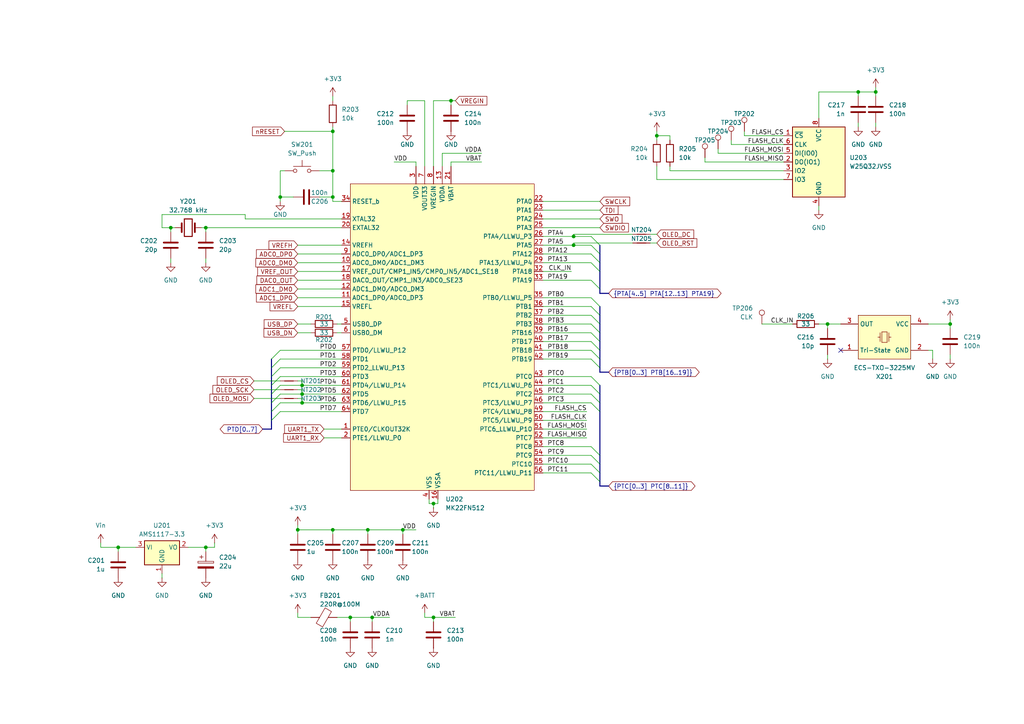
<source format=kicad_sch>
(kicad_sch (version 20231120) (generator "eeschema") (generator_version "8.0")
  (paper "A4")
  (lib_symbols
    (symbol "Connector:TestPoint" (pin_numbers hide) (pin_names (offset 0.762) hide)
      (property "Reference" "TP" (at 0 6.858 0))
      (property "Value" "TestPoint" (at 0 5.08 0))
      (symbol "TestPoint_1_1"
        (pin passive line (at 0 0 90) (length 2.54) (name "1") (number "1"))
      )
    )
    (symbol "Device:C" (pin_numbers hide) (pin_names (offset 0.254))
      (property "Reference" "C" (at 0.635 2.54 0))
      (property "Value" "C" (at 0.635 -2.54 0))
      (symbol "C_1_1"
        (pin passive line (at 0 3.81 270) (length 2.794) (name "~") (number "1"))
        (pin passive line (at 0 -3.81 90) (length 2.794) (name "~") (number "2"))
      )
    )
    (symbol "Device:C_Polarized" (pin_numbers hide) (pin_names (offset 0.254))
      (property "Reference" "C" (at 0.635 2.54 0))
      (property "Value" "C_Polarized" (at 0.635 -2.54 0))
      (symbol "C_Polarized_1_1"
        (pin passive line (at 0 3.81 270) (length 2.794) (name "~") (number "1"))
        (pin passive line (at 0 -3.81 90) (length 2.794) (name "~") (number "2"))
      )
    )
    (symbol "Device:Crystal" (pin_numbers hide) (pin_names (offset 1.016) hide)
      (property "Reference" "Y" (at 0 3.81 0))
      (property "Value" "Crystal" (at 0 -3.81 0))
      (symbol "Crystal_1_1"
        (pin passive line (at -3.81 0 0) (length 1.27) (name "1") (number "1"))
        (pin passive line (at 3.81 0 180) (length 1.27) (name "2") (number "2"))
      )
    )
    (symbol "Device:FerriteBead" (pin_numbers hide) (pin_names (offset 0))
      (property "Reference" "FB" (at -3.81 0.635 90))
      (property "Value" "FerriteBead" (at 3.81 0 90))
      (symbol "FerriteBead_1_1"
        (pin passive line (at 0 3.81 270) (length 2.54) (name "~") (number "1"))
        (pin passive line (at 0 -3.81 90) (length 2.54) (name "~") (number "2"))
      )
    )
    (symbol "Device:NetTie_2" (pin_numbers hide) (pin_names (offset 0) hide) (in_bom no)
      (property "Reference" "NT" (at 0 1.27 0))
      (property "Value" "NetTie_2" (at 0 -1.27 0))
      (symbol "NetTie_2_1_1"
        (pin passive line (at -2.54 0 0) (length 2.54) (name "1") (number "1"))
        (pin passive line (at 2.54 0 180) (length 2.54) (name "2") (number "2"))
      )
    )
    (symbol "Device:R" (pin_numbers hide) (pin_names (offset 0))
      (property "Reference" "R" (at 2.032 0 90))
      (property "Value" "R" (at 0 0 90))
      (symbol "R_1_1"
        (pin passive line (at 0 3.81 270) (length 1.27) (name "~") (number "1"))
        (pin passive line (at 0 -3.81 90) (length 1.27) (name "~") (number "2"))
      )
    )
    (symbol "M17_misc_active:ECS-TXO-3225MV"
      (property "Reference" "X" (at 0 1.27 0))
      (property "Value" "ECS-TXO-3225MV" (at 7.62 -13.97 0))
      (symbol "ECS-TXO-3225MV_1_1"
        (pin input line (at 20.32 -10.16 180) (length 5.08) (name "Tri-State") (number "1"))
        (pin power_in line (at -5.08 -10.16 0) (length 5.08) (name "GND") (number "2"))
        (pin output line (at 20.32 -2.54 180) (length 5.08) (name "OUT") (number "3"))
        (pin power_in line (at -5.08 -2.54 0) (length 5.08) (name "VCC") (number "4"))
      )
    )
    (symbol "M17_misc_active:MK22FN512VLH12"
      (property "Reference" "U" (at -23.622 45.72 0))
      (property "Value" "MK22FN512" (at 23.622 45.72 0))
      (symbol "MK22FN512VLH12_1_0"
        (pin bidirectional line (at -26.67 11.43 0) (length 2.54) (name "ADC1_DP0/ADC0_DP3") (number "11"))
        (pin bidirectional line (at -26.67 13.97 0) (length 2.54) (name "ADC1_DM0/ADC0_DM3") (number "12"))
        (pin power_in line (at 2.54 49.53 270) (length 5.08) (name "VDDA") (number "13"))
        (pin input line (at -26.67 26.67 0) (length 2.54) (name "VREFH") (number "14"))
        (pin input line (at -26.67 8.89 0) (length 2.54) (name "VREFL") (number "15"))
        (pin power_in line (at 1.27 -46.99 90) (length 2.54) (name "VSSA") (number "16"))
        (pin bidirectional line (at -26.67 19.05 0) (length 2.54) (name "VREF_OUT/CMP1_IN5/CMP0_IN5/ADC1_SE18") (number "17"))
        (pin bidirectional line (at -26.67 16.51 0) (length 2.54) (name "DAC0_OUT/CMP1_IN3/ADC0_SE23") (number "18"))
        (pin bidirectional line (at -26.67 34.29 0) (length 2.54) (name "XTAL32") (number "19"))
        (pin bidirectional line (at -26.67 31.75 0) (length 2.54) (name "EXTAL32") (number "20"))
        (pin power_in line (at 5.08 49.53 270) (length 5.08) (name "VBAT") (number "21"))
        (pin bidirectional line (at 31.75 39.37 180) (length 2.54) (name "PTA0") (number "22"))
        (pin bidirectional line (at 31.75 36.83 180) (length 2.54) (name "PTA1") (number "23"))
        (pin bidirectional line (at 31.75 34.29 180) (length 2.54) (name "PTA2") (number "24"))
        (pin bidirectional line (at 31.75 31.75 180) (length 2.54) (name "PTA3") (number "25"))
        (pin bidirectional line (at 31.75 29.21 180) (length 2.54) (name "PTA4/LLWU_P3") (number "26"))
        (pin bidirectional line (at 31.75 26.67 180) (length 2.54) (name "PTA5") (number "27"))
        (pin bidirectional line (at 31.75 24.13 180) (length 2.54) (name "PTA12") (number "28"))
        (pin bidirectional line (at 31.75 21.59 180) (length 2.54) (name "PTA13/LLWU_P4") (number "29"))
        (pin power_in line (at -5.08 49.53 270) (length 5.08) hide (name "VDD") (number "30"))
        (pin power_in line (at -1.27 -46.99 90) (length 2.54) hide (name "VSS") (number "31"))
        (pin bidirectional line (at 31.75 19.05 180) (length 2.54) (name "PTA18") (number "32"))
        (pin bidirectional line (at 31.75 16.51 180) (length 2.54) (name "PTA19") (number "33"))
        (pin input line (at -26.67 39.37 0) (length 2.54) (name "RESET_b") (number "34"))
        (pin bidirectional line (at 31.75 11.43 180) (length 2.54) (name "PTB0/LLWU_P5") (number "35"))
        (pin bidirectional line (at 31.75 8.89 180) (length 2.54) (name "PTB1") (number "36"))
        (pin bidirectional line (at 31.75 6.35 180) (length 2.54) (name "PTB2") (number "37"))
        (pin bidirectional line (at 31.75 3.81 180) (length 2.54) (name "PTB3") (number "38"))
        (pin bidirectional line (at 31.75 1.27 180) (length 2.54) (name "PTB16") (number "39"))
        (pin bidirectional line (at 31.75 -1.27 180) (length 2.54) (name "PTB17") (number "40"))
        (pin bidirectional line (at 31.75 -3.81 180) (length 2.54) (name "PTB18") (number "41"))
        (pin bidirectional line (at 31.75 -6.35 180) (length 2.54) (name "PTB19") (number "42"))
        (pin bidirectional line (at 31.75 -11.43 180) (length 2.54) (name "PTC0") (number "43"))
        (pin bidirectional line (at 31.75 -13.97 180) (length 2.54) (name "PTC1/LLWU_P6") (number "44"))
        (pin bidirectional line (at 31.75 -16.51 180) (length 2.54) (name "PTC2") (number "45"))
        (pin bidirectional line (at 31.75 -19.05 180) (length 2.54) (name "PTC3/LLWU_P7") (number "46"))
        (pin power_in line (at -1.27 -46.99 90) (length 2.54) hide (name "VSS") (number "47"))
        (pin power_in line (at -5.08 49.53 270) (length 5.08) hide (name "VDD") (number "48"))
        (pin bidirectional line (at 31.75 -21.59 180) (length 2.54) (name "PTC4/LLWU_P8") (number "49"))
        (pin bidirectional line (at 31.75 -24.13 180) (length 2.54) (name "PTC5/LLWU_P9") (number "50"))
        (pin bidirectional line (at 31.75 -26.67 180) (length 2.54) (name "PTC6_LLWU_P10") (number "51"))
        (pin bidirectional line (at 31.75 -29.21 180) (length 2.54) (name "PTC7") (number "52"))
        (pin bidirectional line (at 31.75 -31.75 180) (length 2.54) (name "PTC8") (number "53"))
        (pin bidirectional line (at 31.75 -34.29 180) (length 2.54) (name "PTC9") (number "54"))
        (pin bidirectional line (at 31.75 -36.83 180) (length 2.54) (name "PTC10") (number "55"))
        (pin bidirectional line (at 31.75 -39.37 180) (length 2.54) (name "PTC11/LLWU_P11") (number "56"))
        (pin bidirectional line (at -26.67 -3.81 0) (length 2.54) (name "PTD0/LLWU_P12") (number "57"))
        (pin bidirectional line (at -26.67 -6.35 0) (length 2.54) (name "PTD1") (number "58"))
        (pin bidirectional line (at -26.67 -8.89 0) (length 2.54) (name "PTD2_LLWU_P13") (number "59"))
        (pin bidirectional line (at -26.67 -11.43 0) (length 2.54) (name "PTD3") (number "60"))
        (pin bidirectional line (at -26.67 -13.97 0) (length 2.54) (name "PTD4/LLWU_P14") (number "61"))
        (pin bidirectional line (at -26.67 -16.51 0) (length 2.54) (name "PTD5") (number "62"))
        (pin bidirectional line (at -26.67 -19.05 0) (length 2.54) (name "PTD6/LLWU_P15") (number "63"))
        (pin bidirectional line (at -26.67 -21.59 0) (length 2.54) (name "PTD7") (number "64"))
      )
      (symbol "MK22FN512VLH12_1_1"
        (pin bidirectional line (at -26.67 -26.67 0) (length 2.54) (name "PTE0/CLKOUT32K") (number "1"))
        (pin bidirectional line (at -26.67 21.59 0) (length 2.54) (name "ADC0_DM0/ADC1_DM3") (number "10"))
        (pin bidirectional line (at -26.67 -29.21 0) (length 2.54) (name "PTE1/LLWU_P0") (number "2"))
        (pin power_in line (at -5.08 49.53 270) (length 5.08) (name "VDD") (number "3"))
        (pin power_in line (at -1.27 -46.99 90) (length 2.54) (name "VSS") (number "4"))
        (pin bidirectional line (at -26.67 3.81 0) (length 2.54) (name "USB0_DP") (number "5"))
        (pin bidirectional line (at -26.67 1.27 0) (length 2.54) (name "USB0_DM") (number "6"))
        (pin power_in line (at -2.54 49.53 270) (length 5.08) (name "VOUT33") (number "7"))
        (pin power_in line (at 0 49.53 270) (length 5.08) (name "VREGIN") (number "8"))
        (pin bidirectional line (at -26.67 24.13 0) (length 2.54) (name "ADC0_DP0/ADC1_DP3") (number "9"))
      )
    )
    (symbol "Memory_Flash:W25Q32JVSS"
      (property "Reference" "U" (at -6.35 11.43 0))
      (property "Value" "W25Q32JVSS" (at 7.62 11.43 0))
      (symbol "W25Q32JVSS_1_1"
        (pin input line (at -10.16 7.62 0) (length 2.54) (name "~{CS}") (number "1"))
        (pin bidirectional line (at -10.16 0 0) (length 2.54) (name "DO(IO1)") (number "2"))
        (pin bidirectional line (at -10.16 -2.54 0) (length 2.54) (name "IO2") (number "3"))
        (pin power_in line (at 0 -12.7 90) (length 2.54) (name "GND") (number "4"))
        (pin bidirectional line (at -10.16 2.54 0) (length 2.54) (name "DI(IO0)") (number "5"))
        (pin input line (at -10.16 5.08 0) (length 2.54) (name "CLK") (number "6"))
        (pin bidirectional line (at -10.16 -5.08 0) (length 2.54) (name "IO3") (number "7"))
        (pin power_in line (at 0 12.7 270) (length 2.54) (name "VCC") (number "8"))
      )
    )
    (symbol "Regulator_Linear:AMS1117-3.3"
      (property "Reference" "U" (at -3.81 3.175 0))
      (property "Value" "AMS1117-3.3" (at 0 3.175 0))
      (symbol "AMS1117-3.3_1_1"
        (pin power_in line (at 0 -7.62 90) (length 2.54) (name "GND") (number "1"))
        (pin power_out line (at 7.62 0 180) (length 2.54) (name "VO") (number "2"))
        (pin power_in line (at -7.62 0 0) (length 2.54) (name "VI") (number "3"))
      )
    )
    (symbol "Switch:SW_Push" (pin_numbers hide) (pin_names (offset 1.016) hide)
      (property "Reference" "SW" (at 1.27 2.54 0))
      (property "Value" "SW_Push" (at 0 -1.524 0))
      (symbol "SW_Push_0_1"
        (pin passive line (at -5.08 0 0) (length 2.54) (name "1") (number "1"))
        (pin passive line (at 5.08 0 180) (length 2.54) (name "2") (number "2"))
      )
    )
    (symbol "power:+3V3" (power) (pin_numbers hide) (pin_names (offset 0) hide)
      (property "Value" "+3V3" (at 0 3.556 0))
      (symbol "+3V3_1_1"
        (pin power_in line (at 0 0 90) (length 0) (name "~") (number "1"))
      )
    )
    (symbol "power:+BATT" (power) (pin_numbers hide) (pin_names (offset 0) hide)
      (property "Value" "+BATT" (at 0 3.556 0))
      (symbol "+BATT_1_1"
        (pin power_in line (at 0 0 90) (length 0) (name "~") (number "1"))
      )
    )
    (symbol "power:GND" (power) (pin_numbers hide) (pin_names (offset 0) hide)
      (property "Value" "GND" (at 0 -3.81 0))
      (symbol "GND_1_1"
        (pin power_in line (at 0 0 270) (length 0) (name "~") (number "1"))
      )
    )
    (symbol "power:LINE" (power) (pin_numbers hide) (pin_names (offset 0) hide)
      (property "Value" "LINE" (at 0 3.556 0))
      (symbol "LINE_1_1"
        (pin power_in line (at 0 0 90) (length 0) (name "~") (number "1"))
      )
    )
  )
  (junction (at 34.29 158.75))
  (junction (at 59.69 158.75))
  (junction (at 96.52 153.67))
  (junction (at 87.63 116.84))
  (junction (at 59.69 66.04))
  (junction (at 81.28 57.15))
  (junction (at 240.03 93.98))
  (junction (at 190.5 39.37))
  (junction (at 49.53 66.04))
  (junction (at 248.92 26.67))
  (junction (at 96.52 57.15))
  (junction (at 130.81 29.21))
  (junction (at 166.37 68.58))
  (junction (at 107.95 179.07))
  (junction (at 275.59 93.98))
  (junction (at 101.6 179.07))
  (junction (at 87.63 111.76))
  (junction (at 125.73 179.07))
  (junction (at 87.63 114.3))
  (junction (at 96.52 49.53))
  (junction (at 116.84 153.67))
  (junction (at 125.73 146.05))
  (junction (at 96.52 38.1))
  (junction (at 254 26.67))
  (junction (at 86.36 153.67))
  (junction (at 106.68 153.67))
  (junction (at 166.37 71.12))
  (no_connect (at 243.84 101.6))
  (bus_entry (at 171.45 88.9) (size 2.54 2.54))
  (bus_entry (at 171.45 76.2) (size 2.54 2.54))
  (bus_entry (at 171.45 99.06) (size 2.54 2.54))
  (bus_entry (at 171.45 101.6) (size 2.54 2.54))
  (bus_entry (at 171.45 109.22) (size 2.54 2.54))
  (bus_entry (at 78.74 121.92) (size 2.54 -2.54))
  (bus_entry (at 171.45 114.3) (size 2.54 2.54))
  (bus_entry (at 171.45 93.98) (size 2.54 2.54))
  (bus_entry (at 78.74 116.84) (size 2.54 -2.54))
  (bus_entry (at 171.45 137.16) (size 2.54 2.54))
  (bus_entry (at 171.45 104.14) (size 2.54 2.54))
  (bus_entry (at 78.74 111.76) (size 2.54 -2.54))
  (bus_entry (at 78.74 106.68) (size 2.54 -2.54))
  (bus_entry (at 171.45 132.08) (size 2.54 2.54))
  (bus_entry (at 78.74 109.22) (size 2.54 -2.54))
  (bus_entry (at 171.45 134.62) (size 2.54 2.54))
  (bus_entry (at 171.45 86.36) (size 2.54 2.54))
  (bus_entry (at 171.45 96.52) (size 2.54 2.54))
  (bus_entry (at 78.74 119.38) (size 2.54 -2.54))
  (bus_entry (at 171.45 81.28) (size 2.54 2.54))
  (bus_entry (at 171.45 73.66) (size 2.54 2.54))
  (bus_entry (at 171.45 68.58) (size 2.54 2.54))
  (bus_entry (at 171.45 116.84) (size 2.54 2.54))
  (bus_entry (at 171.45 91.44) (size 2.54 2.54))
  (bus_entry (at 171.45 111.76) (size 2.54 2.54))
  (bus_entry (at 171.45 129.54) (size 2.54 2.54))
  (bus_entry (at 78.74 104.14) (size 2.54 -2.54))
  (bus_entry (at 171.45 71.12) (size 2.54 2.54))
  (bus_entry (at 78.74 114.3) (size 2.54 -2.54))
  (wire (pts (xy 157.48 58.42) (xy 173.99 58.42)))
  (wire (pts (xy 87.63 116.84) (xy 99.06 116.84)))
  (wire (pts (xy 86.36 78.74) (xy 99.06 78.74)))
  (wire (pts (xy 275.59 102.87) (xy 275.59 104.14)))
  (wire (pts (xy 248.92 26.67) (xy 248.92 27.94)))
  (wire (pts (xy 208.28 44.45) (xy 227.33 44.45)))
  (wire (pts (xy 93.98 127) (xy 99.06 127)))
  (wire (pts (xy 157.48 78.74) (xy 165.735 78.74)))
  (wire (pts (xy 71.12 63.5) (xy 71.12 62.23)))
  (wire (pts (xy 118.11 29.21) (xy 123.19 29.21)))
  (wire (pts (xy 215.9 39.37) (xy 227.33 39.37)))
  (wire (pts (xy 190.5 52.07) (xy 227.33 52.07)))
  (wire (pts (xy 157.48 121.92) (xy 170.18 121.92)))
  (wire (pts (xy 87.63 111.76) (xy 99.06 111.76)))
  (wire (pts (xy 128.27 44.45) (xy 139.7 44.45)))
  (wire (pts (xy 96.52 29.21) (xy 96.52 27.94)))
  (bus (pts (xy 173.99 137.16) (xy 173.99 139.7)))
  (wire (pts (xy 240.03 93.98) (xy 243.84 93.98)))
  (wire (pts (xy 81.28 101.6) (xy 99.06 101.6)))
  (wire (pts (xy 86.36 73.66) (xy 99.06 73.66)))
  (bus (pts (xy 173.99 107.95) (xy 176.53 107.95)))
  (wire (pts (xy 58.42 66.04) (xy 59.69 66.04)))
  (wire (pts (xy 123.19 29.21) (xy 123.19 48.26)))
  (wire (pts (xy 157.48 68.58) (xy 166.37 68.58)))
  (wire (pts (xy 157.48 134.62) (xy 171.45 134.62)))
  (wire (pts (xy 237.49 34.29) (xy 237.49 26.67)))
  (wire (pts (xy 101.6 179.07) (xy 107.95 179.07)))
  (wire (pts (xy 157.48 81.28) (xy 171.45 81.28)))
  (bus (pts (xy 76.2 124.46) (xy 78.74 124.46)))
  (wire (pts (xy 166.37 70.485) (xy 183.515 70.485)))
  (wire (pts (xy 46.99 166.37) (xy 46.99 167.64)))
  (bus (pts (xy 173.99 116.84) (xy 173.99 119.38)))
  (wire (pts (xy 254 25.4) (xy 254 26.67)))
  (bus (pts (xy 173.99 88.9) (xy 173.99 91.44)))
  (wire (pts (xy 120.65 48.26) (xy 120.65 46.99)))
  (wire (pts (xy 86.36 110.49) (xy 87.63 110.49)))
  (wire (pts (xy 59.69 66.04) (xy 59.69 67.31)))
  (bus (pts (xy 173.99 73.66) (xy 173.99 76.2)))
  (bus (pts (xy 173.99 111.76) (xy 173.99 114.3)))
  (wire (pts (xy 190.5 39.37) (xy 190.5 40.64)))
  (bus (pts (xy 173.99 114.3) (xy 173.99 116.84)))
  (wire (pts (xy 157.48 86.36) (xy 171.45 86.36)))
  (bus (pts (xy 173.99 119.38) (xy 173.99 132.08)))
  (wire (pts (xy 96.52 154.94) (xy 96.52 153.67)))
  (wire (pts (xy 157.48 129.54) (xy 171.45 129.54)))
  (wire (pts (xy 157.48 109.22) (xy 171.45 109.22)))
  (bus (pts (xy 78.74 109.22) (xy 78.74 111.76)))
  (wire (pts (xy 124.46 144.78) (xy 124.46 146.05)))
  (wire (pts (xy 166.37 68.58) (xy 166.37 67.945)))
  (wire (pts (xy 86.36 152.4) (xy 86.36 153.67)))
  (wire (pts (xy 59.69 158.75) (xy 59.69 160.02)))
  (wire (pts (xy 116.84 154.94) (xy 116.84 153.67)))
  (wire (pts (xy 86.36 113.03) (xy 87.63 113.03)))
  (bus (pts (xy 173.99 96.52) (xy 173.99 99.06)))
  (wire (pts (xy 86.36 71.12) (xy 99.06 71.12)))
  (wire (pts (xy 157.48 66.04) (xy 173.99 66.04)))
  (wire (pts (xy 194.31 39.37) (xy 194.31 40.64)))
  (wire (pts (xy 86.36 179.07) (xy 86.36 177.8)))
  (wire (pts (xy 92.71 57.15) (xy 96.52 57.15)))
  (wire (pts (xy 107.95 179.07) (xy 113.03 179.07)))
  (wire (pts (xy 62.23 157.48) (xy 62.23 158.75)))
  (wire (pts (xy 130.81 46.99) (xy 139.7 46.99)))
  (bus (pts (xy 173.99 93.98) (xy 173.99 96.52)))
  (wire (pts (xy 166.37 68.58) (xy 171.45 68.58)))
  (wire (pts (xy 86.36 153.67) (xy 86.36 154.94)))
  (wire (pts (xy 86.36 96.52) (xy 90.17 96.52)))
  (wire (pts (xy 270.51 104.14) (xy 270.51 101.6)))
  (wire (pts (xy 157.48 88.9) (xy 171.45 88.9)))
  (wire (pts (xy 125.73 179.07) (xy 132.08 179.07)))
  (wire (pts (xy 86.36 179.07) (xy 90.17 179.07)))
  (wire (pts (xy 101.6 179.07) (xy 101.6 180.34)))
  (wire (pts (xy 73.66 115.57) (xy 81.28 115.57)))
  (wire (pts (xy 125.73 146.05) (xy 125.73 147.32)))
  (wire (pts (xy 93.98 124.46) (xy 99.06 124.46)))
  (wire (pts (xy 123.19 177.8) (xy 123.19 179.07)))
  (bus (pts (xy 78.74 121.92) (xy 78.74 124.46)))
  (wire (pts (xy 82.55 49.53) (xy 81.28 49.53)))
  (bus (pts (xy 173.99 76.2) (xy 173.99 78.74)))
  (wire (pts (xy 49.53 74.93) (xy 49.53 76.2)))
  (wire (pts (xy 29.21 157.48) (xy 29.21 158.75)))
  (bus (pts (xy 173.99 140.97) (xy 176.53 140.97)))
  (wire (pts (xy 157.48 96.52) (xy 171.45 96.52)))
  (wire (pts (xy 124.46 146.05) (xy 125.73 146.05)))
  (bus (pts (xy 78.74 104.14) (xy 78.74 106.68)))
  (wire (pts (xy 96.52 57.15) (xy 96.52 58.42)))
  (wire (pts (xy 157.48 76.2) (xy 171.45 76.2)))
  (wire (pts (xy 157.48 127) (xy 170.18 127)))
  (wire (pts (xy 227.33 49.53) (xy 194.31 49.53)))
  (wire (pts (xy 127 144.78) (xy 127 146.05)))
  (wire (pts (xy 81.28 104.14) (xy 99.06 104.14)))
  (bus (pts (xy 173.99 91.44) (xy 173.99 93.98)))
  (bus (pts (xy 78.74 106.68) (xy 78.74 109.22)))
  (wire (pts (xy 81.28 106.68) (xy 99.06 106.68)))
  (wire (pts (xy 97.79 93.98) (xy 99.06 93.98)))
  (wire (pts (xy 254 35.56) (xy 254 36.83)))
  (wire (pts (xy 240.03 93.98) (xy 240.03 95.25)))
  (wire (pts (xy 87.63 115.57) (xy 87.63 116.84)))
  (wire (pts (xy 269.24 93.98) (xy 275.59 93.98)))
  (bus (pts (xy 173.99 106.68) (xy 173.99 107.95)))
  (bus (pts (xy 173.99 139.7) (xy 173.99 140.97)))
  (wire (pts (xy 86.36 83.82) (xy 99.06 83.82)))
  (wire (pts (xy 125.73 179.07) (xy 125.73 180.34)))
  (wire (pts (xy 73.66 113.03) (xy 81.28 113.03)))
  (wire (pts (xy 128.27 48.26) (xy 128.27 44.45)))
  (wire (pts (xy 157.48 60.96) (xy 173.99 60.96)))
  (wire (pts (xy 157.48 93.98) (xy 171.45 93.98)))
  (wire (pts (xy 96.52 153.67) (xy 106.68 153.67)))
  (bus (pts (xy 78.74 119.38) (xy 78.74 121.92)))
  (wire (pts (xy 106.68 154.94) (xy 106.68 153.67)))
  (wire (pts (xy 46.99 62.23) (xy 46.99 66.04)))
  (wire (pts (xy 81.28 114.3) (xy 87.63 114.3)))
  (wire (pts (xy 81.28 116.84) (xy 87.63 116.84)))
  (wire (pts (xy 96.52 38.1) (xy 96.52 49.53)))
  (wire (pts (xy 54.61 158.75) (xy 59.69 158.75)))
  (wire (pts (xy 71.12 62.23) (xy 46.99 62.23)))
  (wire (pts (xy 132.08 29.21) (xy 130.81 29.21)))
  (wire (pts (xy 130.81 48.26) (xy 130.81 46.99)))
  (wire (pts (xy 130.81 29.21) (xy 130.81 30.48)))
  (wire (pts (xy 157.48 124.46) (xy 170.18 124.46)))
  (wire (pts (xy 86.36 115.57) (xy 87.63 115.57)))
  (wire (pts (xy 92.71 49.53) (xy 96.52 49.53)))
  (wire (pts (xy 157.48 104.14) (xy 171.45 104.14)))
  (wire (pts (xy 157.48 132.08) (xy 171.45 132.08)))
  (wire (pts (xy 237.49 26.67) (xy 248.92 26.67)))
  (wire (pts (xy 34.29 158.75) (xy 39.37 158.75)))
  (wire (pts (xy 81.28 49.53) (xy 81.28 57.15)))
  (wire (pts (xy 157.48 63.5) (xy 173.99 63.5)))
  (wire (pts (xy 157.48 71.12) (xy 166.37 71.12)))
  (wire (pts (xy 166.37 71.12) (xy 166.37 70.485)))
  (wire (pts (xy 157.48 73.66) (xy 171.45 73.66)))
  (wire (pts (xy 96.52 36.83) (xy 96.52 38.1)))
  (wire (pts (xy 237.49 59.69) (xy 237.49 60.96)))
  (wire (pts (xy 220.98 93.98) (xy 229.87 93.98)))
  (wire (pts (xy 204.47 45.72) (xy 204.47 46.99)))
  (wire (pts (xy 96.52 49.53) (xy 96.52 57.15)))
  (wire (pts (xy 97.79 179.07) (xy 101.6 179.07)))
  (wire (pts (xy 157.48 119.38) (xy 170.18 119.38)))
  (wire (pts (xy 82.55 38.1) (xy 96.52 38.1)))
  (wire (pts (xy 166.37 71.12) (xy 171.45 71.12)))
  (wire (pts (xy 212.09 40.64) (xy 212.09 41.91)))
  (wire (pts (xy 248.92 26.67) (xy 254 26.67)))
  (wire (pts (xy 125.73 146.05) (xy 127 146.05)))
  (wire (pts (xy 212.09 41.91) (xy 227.33 41.91)))
  (bus (pts (xy 173.99 99.06) (xy 173.99 101.6)))
  (wire (pts (xy 269.24 101.6) (xy 270.51 101.6)))
  (wire (pts (xy 248.92 35.56) (xy 248.92 36.83)))
  (wire (pts (xy 188.595 67.945) (xy 190.5 67.945)))
  (bus (pts (xy 173.99 78.74) (xy 173.99 83.82)))
  (wire (pts (xy 188.595 70.485) (xy 190.5 70.485)))
  (wire (pts (xy 215.9 38.1) (xy 215.9 39.37)))
  (wire (pts (xy 96.52 58.42) (xy 99.06 58.42)))
  (wire (pts (xy 190.5 48.26) (xy 190.5 52.07)))
  (wire (pts (xy 49.53 66.04) (xy 49.53 67.31)))
  (wire (pts (xy 87.63 114.3) (xy 99.06 114.3)))
  (bus (pts (xy 173.99 132.08) (xy 173.99 134.62)))
  (bus (pts (xy 173.99 101.6) (xy 173.99 104.14)))
  (bus (pts (xy 173.99 71.12) (xy 173.99 73.66)))
  (bus (pts (xy 173.99 85.09) (xy 176.53 85.09)))
  (wire (pts (xy 86.36 93.98) (xy 90.17 93.98)))
  (wire (pts (xy 73.66 110.49) (xy 81.28 110.49)))
  (wire (pts (xy 86.36 153.67) (xy 96.52 153.67)))
  (wire (pts (xy 86.36 76.2) (xy 99.06 76.2)))
  (wire (pts (xy 81.28 57.15) (xy 85.09 57.15)))
  (wire (pts (xy 34.29 158.75) (xy 34.29 160.02)))
  (wire (pts (xy 116.84 153.67) (xy 120.65 153.67)))
  (wire (pts (xy 99.06 63.5) (xy 71.12 63.5)))
  (wire (pts (xy 81.28 109.22) (xy 99.06 109.22)))
  (wire (pts (xy 86.36 88.9) (xy 99.06 88.9)))
  (wire (pts (xy 157.48 114.3) (xy 171.45 114.3)))
  (wire (pts (xy 157.48 111.76) (xy 171.45 111.76)))
  (wire (pts (xy 240.03 102.87) (xy 240.03 104.14)))
  (wire (pts (xy 97.79 96.52) (xy 99.06 96.52)))
  (wire (pts (xy 157.48 116.84) (xy 171.45 116.84)))
  (wire (pts (xy 123.19 179.07) (xy 125.73 179.07)))
  (wire (pts (xy 254 26.67) (xy 254 27.94)))
  (wire (pts (xy 190.5 39.37) (xy 194.31 39.37)))
  (bus (pts (xy 78.74 116.84) (xy 78.74 119.38)))
  (wire (pts (xy 118.11 29.21) (xy 118.11 30.48)))
  (wire (pts (xy 157.48 99.06) (xy 171.45 99.06)))
  (wire (pts (xy 87.63 113.03) (xy 87.63 114.3)))
  (wire (pts (xy 86.36 81.28) (xy 99.06 81.28)))
  (wire (pts (xy 275.59 92.71) (xy 275.59 93.98)))
  (wire (pts (xy 114.3 46.99) (xy 120.65 46.99)))
  (wire (pts (xy 208.28 43.18) (xy 208.28 44.45)))
  (wire (pts (xy 46.99 66.04) (xy 49.53 66.04)))
  (wire (pts (xy 204.47 46.99) (xy 227.33 46.99)))
  (bus (pts (xy 173.99 134.62) (xy 173.99 137.16)))
  (bus (pts (xy 78.74 111.76) (xy 78.74 114.3)))
  (wire (pts (xy 157.48 137.16) (xy 171.45 137.16)))
  (wire (pts (xy 81.28 119.38) (xy 99.06 119.38)))
  (bus (pts (xy 173.99 104.14) (xy 173.99 106.68)))
  (wire (pts (xy 29.21 158.75) (xy 34.29 158.75)))
  (wire (pts (xy 194.31 48.26) (xy 194.31 49.53)))
  (bus (pts (xy 78.74 114.3) (xy 78.74 116.84)))
  (wire (pts (xy 237.49 93.98) (xy 240.03 93.98)))
  (wire (pts (xy 275.59 93.98) (xy 275.59 95.25)))
  (wire (pts (xy 59.69 74.93) (xy 59.69 76.2)))
  (wire (pts (xy 106.68 153.67) (xy 116.84 153.67)))
  (wire (pts (xy 125.73 29.21) (xy 125.73 48.26)))
  (wire (pts (xy 59.69 158.75) (xy 62.23 158.75)))
  (wire (pts (xy 157.48 101.6) (xy 171.45 101.6)))
  (wire (pts (xy 190.5 38.1) (xy 190.5 39.37)))
  (bus (pts (xy 173.99 83.82) (xy 173.99 85.09)))
  (wire (pts (xy 166.37 67.945) (xy 183.515 67.945)))
  (wire (pts (xy 157.48 91.44) (xy 171.45 91.44)))
  (wire (pts (xy 81.28 111.76) (xy 87.63 111.76)))
  (wire (pts (xy 87.63 110.49) (xy 87.63 111.76)))
  (wire (pts (xy 59.69 66.04) (xy 99.06 66.04)))
  (wire (pts (xy 125.73 29.21) (xy 130.81 29.21)))
  (wire (pts (xy 86.36 86.36) (xy 99.06 86.36)))
  (wire (pts (xy 107.95 180.34) (xy 107.95 179.07)))
  (wire (pts (xy 81.28 58.42) (xy 81.28 57.15)))
  (wire (pts (xy 49.53 66.04) (xy 50.8 66.04)))
  (label "PTB1" (at 158.75 88.9 0))
  (label "VDDA" (at 113.03 179.07 180))
  (label "FLASH_CLK" (at 170.18 121.92 180))
  (label "PTC2" (at 158.75 114.3 0))
  (label "FLASH_MISO" (at 170.18 127 180))
  (label "PTC0" (at 158.75 109.22 0))
  (label "FLASH_MISO" (at 227.33 46.99 180))
  (label "PTA19" (at 158.75 81.28 0))
  (label "VDD" (at 120.65 153.67 180))
  (label "PTD6" (at 92.71 116.84 0))
  (label "PTA12" (at 158.75 73.66 0))
  (label "PTB0" (at 158.75 86.36 0))
  (label "PTB18" (at 158.75 101.6 0))
  (label "VBAT" (at 139.7 46.99 180))
  (label "FLASH_CS" (at 227.33 39.37 180))
  (label "PTC3" (at 158.75 116.84 0))
  (label "FLASH_CS" (at 170.18 119.38 180))
  (label "PTB3" (at 158.75 93.98 0))
  (label "PTD7" (at 92.71 119.38 0))
  (label "PTB19" (at 158.75 104.14 0))
  (label "PTD1" (at 92.71 104.14 0))
  (label "VDD" (at 114.3 46.99 0))
  (label "PTB16" (at 158.75 96.52 0))
  (label "PTD3" (at 92.71 109.22 0))
  (label "PTB17" (at 158.75 99.06 0))
  (label "PTD4" (at 92.71 111.76 0))
  (label "CLK_IN" (at 223.52 93.98 0))
  (label "PTD2" (at 92.71 106.68 0))
  (label "PTA5" (at 158.75 71.12 0))
  (label "FLASH_MOSI" (at 227.33 44.45 180))
  (label "PTB2" (at 158.75 91.44 0))
  (label "PTC11" (at 158.75 137.16 0))
  (label "PTC1" (at 158.75 111.76 0))
  (label "PTD5" (at 92.71 114.3 0))
  (label "VDDA" (at 139.7 44.45 180))
  (label "PTA4" (at 158.75 68.58 0))
  (label "PTC10" (at 158.75 134.62 0))
  (label "CLK_IN" (at 165.735 78.74 180))
  (label "FLASH_MOSI" (at 170.18 124.46 180))
  (label "PTC9" (at 158.75 132.08 0))
  (label "PTD0" (at 92.71 101.6 0))
  (label "PTC8" (at 158.75 129.54 0))
  (label "VBAT" (at 132.08 179.07 180))
  (label "FLASH_CLK" (at 227.33 41.91 180))
  (label "PTA13" (at 158.75 76.2 0))
  (global_label "ADC1_DP0" (shape input) (at 86.36 86.36 180) (property "Intersheetrefs" "${INTERSHEET_REFS}" (effects (hide yes))))
  (global_label "UART1_TX" (shape input) (at 93.98 124.46 180) (property "Intersheetrefs" "${INTERSHEET_REFS}" (effects (hide yes))))
  (global_label "ADC0_DM0" (shape input) (at 86.36 76.2 180) (property "Intersheetrefs" "${INTERSHEET_REFS}" (effects (hide yes))))
  (global_label "OLED_RST" (shape input) (at 190.5 70.485 0) (property "Intersheetrefs" "${INTERSHEET_REFS}" (effects (hide yes))))
  (global_label "SWDIO" (shape input) (at 173.99 66.04 0) (property "Intersheetrefs" "${INTERSHEET_REFS}" (effects (hide yes))))
  (global_label "VREFH" (shape input) (at 86.36 71.12 180) (property "Intersheetrefs" "${INTERSHEET_REFS}" (effects (hide yes))))
  (global_label "OLED_CS" (shape input) (at 73.66 110.49 180) (property "Intersheetrefs" "${INTERSHEET_REFS}" (effects (hide yes))))
  (global_label "nRESET" (shape input) (at 82.55 38.1 180) (property "Intersheetrefs" "${INTERSHEET_REFS}" (effects (hide yes))))
  (global_label "ADC1_DM0" (shape input) (at 86.36 83.82 180) (property "Intersheetrefs" "${INTERSHEET_REFS}" (effects (hide yes))))
  (global_label "SWO" (shape input) (at 173.99 63.5 0) (property "Intersheetrefs" "${INTERSHEET_REFS}" (effects (hide yes))))
  (global_label "UART1_RX" (shape input) (at 93.98 127 180) (property "Intersheetrefs" "${INTERSHEET_REFS}" (effects (hide yes))))
  (global_label "ADC0_DP0" (shape input) (at 86.36 73.66 180) (property "Intersheetrefs" "${INTERSHEET_REFS}" (effects (hide yes))))
  (global_label "USB_DN" (shape input) (at 86.36 96.52 180) (property "Intersheetrefs" "${INTERSHEET_REFS}" (effects (hide yes))))
  (global_label "TDI" (shape input) (at 173.99 60.96 0) (property "Intersheetrefs" "${INTERSHEET_REFS}" (effects (hide yes))))
  (global_label "VREF_OUT" (shape input) (at 86.36 78.74 180) (property "Intersheetrefs" "${INTERSHEET_REFS}" (effects (hide yes))))
  (global_label "OLED_DC" (shape input) (at 190.5 67.945 0) (property "Intersheetrefs" "${INTERSHEET_REFS}" (effects (hide yes))))
  (global_label "USB_DP" (shape input) (at 86.36 93.98 180) (property "Intersheetrefs" "${INTERSHEET_REFS}" (effects (hide yes))))
  (global_label "DAC0_OUT" (shape input) (at 86.36 81.28 180) (property "Intersheetrefs" "${INTERSHEET_REFS}" (effects (hide yes))))
  (global_label "VREFL" (shape input) (at 86.36 88.9 180) (property "Intersheetrefs" "${INTERSHEET_REFS}" (effects (hide yes))))
  (global_label "PTD[0..7]" (shape bidirectional) (at 76.2 124.46 180) (property "Intersheetrefs" "${INTERSHEET_REFS}" (effects (hide yes))))
  (global_label "{PTB[0..3] PTB[16..19]}" (shape bidirectional) (at 176.53 107.95 0) (property "Intersheetrefs" "${INTERSHEET_REFS}" (effects (hide yes))))
  (global_label "VREGIN" (shape input) (at 132.08 29.21 0) (property "Intersheetrefs" "${INTERSHEET_REFS}" (effects (hide yes))))
  (global_label "SWCLK" (shape input) (at 173.99 58.42 0) (property "Intersheetrefs" "${INTERSHEET_REFS}" (effects (hide yes))))
  (global_label "{PTA[4..5] PTA[12..13] PTA19}" (shape bidirectional) (at 176.53 85.09 0) (property "Intersheetrefs" "${INTERSHEET_REFS}" (effects (hide yes))))
  (global_label "OLED_SCK" (shape input) (at 73.66 113.03 180) (property "Intersheetrefs" "${INTERSHEET_REFS}" (effects (hide yes))))
  (global_label "{PTC[0..3] PTC[8..11]}" (shape bidirectional) (at 176.53 140.97 0) (property "Intersheetrefs" "${INTERSHEET_REFS}" (effects (hide yes))))
  (global_label "OLED_MOSI" (shape input) (at 73.66 115.57 180) (property "Intersheetrefs" "${INTERSHEET_REFS}" (effects (hide yes))))
  (symbol (lib_id "Device:C") (at 34.29 163.83 0) (unit 1)
    (property "Reference" "C201" (at 30.48 162.5599 0) (effects (justify right)))
    (property "Value" "1u" (at 30.48 165.0999 0) (effects (justify right)))
    (property "Footprint" "Capacitor_SMD:C_0603_1608Metric" (effects (hide yes)))
    (property "Description" "Unpolarized capacitor" (effects (hide yes)))
    (property "MPN" "Generic C/1uF/X7R/50V/0603" (effects (hide yes)))
  )
  (symbol (lib_id "power:GND") (at 130.81 38.1 0) (unit 1)
    (property "Reference" "#PWR0222" (effects (hide yes)))
    (property "Value" "GND" (at 130.81 41.91 0))
    (property "Description" "Power symbol creates a global label with name \"GND\" , ground" (effects (hide yes)))
  )
  (symbol (lib_id "Connector:TestPoint") (at 208.28 43.18 0) (unit 1)
    (property "Reference" "TP204" (at 208.28 38.1 0))
    (property "Value" "TestPoint" (effects (hide yes)))
    (property "Footprint" "TestPoint:TestPoint_Pad_D1.5mm" (effects (hide yes)))
    (property "Description" "test point" (effects (hide yes)))
  )
  (symbol (lib_id "power:GND") (at 86.36 162.56 0) (unit 1)
    (property "Reference" "#PWR0210" (effects (hide yes)))
    (property "Value" "GND" (at 86.36 167.64 0))
    (property "Description" "Power symbol creates a global label with name \"GND\" , ground" (effects (hide yes)))
  )
  (symbol (lib_id "Device:C") (at 88.9 57.15 270) (unit 1)
    (property "Reference" "C206" (at 90.17 58.42 90) (effects (justify left)))
    (property "Value" "100n" (at 90.17 55.88 90) (effects (justify left)))
    (property "Footprint" "Capacitor_SMD:C_0603_1608Metric" (effects (hide yes)))
    (property "Description" "Unpolarized capacitor" (effects (hide yes)))
    (property "MPN" "Generic C/100nF/X7R/16V/0603" (effects (hide yes)))
  )
  (symbol (lib_id "power:+3V3") (at 96.52 27.94 0) (unit 1)
    (property "Reference" "#PWR0212" (effects (hide yes)))
    (property "Value" "+3V3" (at 96.52 22.86 0))
    (property "Description" "Power symbol creates a global label with name \"+3V3\"" (effects (hide yes)))
  )
  (symbol (lib_id "Device:C_Polarized") (at 59.69 163.83 0) (unit 1)
    (property "Reference" "C204" (at 63.5 161.6709 0) (effects (justify left)))
    (property "Value" "22u" (at 63.5 164.2109 0) (effects (justify left)))
    (property "Footprint" "Capacitor_Tantalum_SMD:CP_EIA-7343-31_Kemet-D" (effects (hide yes)))
    (property "Description" "Polarized capacitor" (effects (hide yes)))
    (property "LCSC Part #" "C122325" (effects (hide yes)))
    (property "MPN" "T495D226K035ATE125" (effects (hide yes)))
  )
  (symbol (lib_id "Device:R") (at 233.68 93.98 90) (mirror x) (unit 1)
    (property "Reference" "R206" (at 233.68 91.694 90))
    (property "Value" "33" (at 233.68 93.98 90))
    (property "Footprint" "Resistor_SMD:R_0603_1608Metric" (effects (hide yes)))
    (property "Description" "Resistor" (effects (hide yes)))
    (property "MPN" "Generic R/33R/0603" (effects (hide yes)))
  )
  (symbol (lib_id "Device:NetTie_2") (at 186.055 67.945 0) (unit 1) (in_bom no)
    (property "Reference" "NT204" (at 186.055 66.675 0))
    (property "Value" "NetTie_2" (effects (hide yes)))
    (property "Footprint" "M17_misc_passive:NetTie-2_SMD_Pad0.2mm" (effects (hide yes)))
    (property "Description" "Net tie, 2 pins" (effects (hide yes)))
  )
  (symbol (lib_id "power:+3V3") (at 86.36 152.4 0) (unit 1)
    (property "Reference" "#PWR0209" (effects (hide yes)))
    (property "Value" "+3V3" (at 86.36 147.32 0))
    (property "Description" "Power symbol creates a global label with name \"+3V3\"" (effects (hide yes)))
  )
  (symbol (lib_id "Device:R") (at 194.31 44.45 0) (unit 1)
    (property "Reference" "R205" (at 196.85 43.1799 0) (effects (justify left)))
    (property "Value" "10k" (at 196.85 45.7199 0) (effects (justify left)))
    (property "Footprint" "Resistor_SMD:R_0603_1608Metric" (effects (hide yes)))
    (property "Description" "Resistor" (effects (hide yes)))
    (property "MPN" "Generic R/10k/0603" (effects (hide yes)))
  )
  (symbol (lib_id "power:GND") (at 116.84 162.56 0) (unit 1)
    (property "Reference" "#PWR0217" (effects (hide yes)))
    (property "Value" "GND" (at 116.84 167.64 0))
    (property "Description" "Power symbol creates a global label with name \"GND\" , ground" (effects (hide yes)))
  )
  (symbol (lib_id "power:GND") (at 107.95 187.96 0) (unit 1)
    (property "Reference" "#PWR0216" (effects (hide yes)))
    (property "Value" "GND" (at 107.95 193.04 0))
    (property "Description" "Power symbol creates a global label with name \"GND\" , ground" (effects (hide yes)))
  )
  (symbol (lib_id "power:+3V3") (at 62.23 157.48 0) (unit 1)
    (property "Reference" "#PWR0207" (effects (hide yes)))
    (property "Value" "+3V3" (at 62.23 152.4 0))
    (property "Description" "Power symbol creates a global label with name \"+3V3\"" (effects (hide yes)))
  )
  (symbol (lib_id "power:GND") (at 275.59 104.14 0) (unit 1)
    (property "Reference" "#PWR0232" (effects (hide yes)))
    (property "Value" "GND" (at 275.59 109.22 0))
    (property "Description" "Power symbol creates a global label with name \"GND\" , ground" (effects (hide yes)))
  )
  (symbol (lib_id "Device:R") (at 190.5 44.45 0) (mirror y) (unit 1)
    (property "Reference" "R204" (at 187.96 43.1799 0) (effects (justify left)))
    (property "Value" "10k" (at 187.96 45.7199 0) (effects (justify left)))
    (property "Footprint" "Resistor_SMD:R_0603_1608Metric" (effects (hide yes)))
    (property "Description" "Resistor" (effects (hide yes)))
    (property "MPN" "Generic R/10k/0603" (effects (hide yes)))
  )
  (symbol (lib_id "Device:C") (at 96.52 158.75 0) (unit 1)
    (property "Reference" "C207" (at 99.06 157.48 0) (effects (justify left)))
    (property "Value" "100n" (at 99.06 160.02 0) (effects (justify left)))
    (property "Footprint" "Capacitor_SMD:C_0603_1608Metric" (effects (hide yes)))
    (property "Description" "Unpolarized capacitor" (effects (hide yes)))
    (property "MPN" "Generic C/100nF/X7R/16V/0603" (effects (hide yes)))
  )
  (symbol (lib_id "power:LINE") (at 29.21 157.48 0) (unit 1)
    (property "Reference" "#PWR0201" (effects (hide yes)))
    (property "Value" "Vin" (at 29.21 152.4 0))
    (property "Description" "Power symbol creates a global label with name \"Vin\"" (effects (hide yes)))
  )
  (symbol (lib_id "Device:FerriteBead") (at 93.98 179.07 90) (unit 1)
    (property "Reference" "FB201" (at 92.71 172.72 90) (effects (justify right)))
    (property "Value" "220R@100M" (at 92.71 175.26 90) (effects (justify right)))
    (property "Footprint" "Inductor_SMD:L_0603_1608Metric" (effects (hide yes)))
    (property "Description" "Ferrite bead" (effects (hide yes)))
    (property "LCSC Part #" "C275489" (effects (hide yes)))
    (property "MPN" "MPZ1608Y221BTA00" (effects (hide yes)))
  )
  (symbol (lib_id "Device:C") (at 106.68 158.75 0) (unit 1)
    (property "Reference" "C209" (at 109.22 157.48 0) (effects (justify left)))
    (property "Value" "100n" (at 109.22 160.02 0) (effects (justify left)))
    (property "Footprint" "Capacitor_SMD:C_0603_1608Metric" (effects (hide yes)))
    (property "Description" "Unpolarized capacitor" (effects (hide yes)))
    (property "MPN" "Generic C/100nF/X7R/16V/0603" (effects (hide yes)))
  )
  (symbol (lib_id "Device:C") (at 275.59 99.06 0) (unit 1)
    (property "Reference" "C219" (at 279.4 97.7899 0) (effects (justify left)))
    (property "Value" "100n" (at 279.4 100.3299 0) (effects (justify left)))
    (property "Footprint" "Capacitor_SMD:C_0603_1608Metric" (effects (hide yes)))
    (property "Description" "Unpolarized capacitor" (effects (hide yes)))
    (property "MPN" "Generic C/100nF/X7R/16V/0603" (effects (hide yes)))
  )
  (symbol (lib_id "power:+3V3") (at 86.36 177.8 0) (unit 1)
    (property "Reference" "#PWR0211" (effects (hide yes)))
    (property "Value" "+3V3" (at 86.36 172.72 0))
    (property "Description" "Power symbol creates a global label with name \"+3V3\"" (effects (hide yes)))
  )
  (symbol (lib_id "power:GND") (at 248.92 36.83 0) (unit 1)
    (property "Reference" "#PWR0227" (effects (hide yes)))
    (property "Value" "GND" (at 248.92 41.91 0))
    (property "Description" "Power symbol creates a global label with name \"GND\" , ground" (effects (hide yes)))
  )
  (symbol (lib_id "power:GND") (at 81.28 58.42 0) (unit 1)
    (property "Reference" "#PWR0208" (effects (hide yes)))
    (property "Value" "GND" (at 81.28 62.23 0))
    (property "Description" "Power symbol creates a global label with name \"GND\" , ground" (effects (hide yes)))
  )
  (symbol (lib_id "Connector:TestPoint") (at 204.47 45.72 0) (unit 1)
    (property "Reference" "TP205" (at 204.47 40.64 0))
    (property "Value" "TestPoint" (effects (hide yes)))
    (property "Footprint" "TestPoint:TestPoint_Pad_D1.5mm" (effects (hide yes)))
    (property "Description" "test point" (effects (hide yes)))
  )
  (symbol (lib_id "power:GND") (at 270.51 104.14 0) (unit 1)
    (property "Reference" "#PWR0230" (effects (hide yes)))
    (property "Value" "GND" (at 270.51 109.22 0))
    (property "Description" "Power symbol creates a global label with name \"GND\" , ground" (effects (hide yes)))
  )
  (symbol (lib_id "Device:NetTie_2") (at 83.82 113.03 0) (unit 1) (in_bom no)
    (property "Reference" "NT202" (at 90.17 113.03 0))
    (property "Value" "NetTie_2" (effects (hide yes)))
    (property "Footprint" "M17_misc_passive:NetTie-2_SMD_Pad0.2mm" (effects (hide yes)))
    (property "Description" "Net tie, 2 pins" (effects (hide yes)))
  )
  (symbol (lib_id "Connector:TestPoint") (at 220.98 93.98 0) (mirror y) (unit 1)
    (property "Reference" "TP206" (at 218.44 89.4079 0) (effects (justify left)))
    (property "Value" "CLK" (at 218.44 91.9479 0) (effects (justify left)))
    (property "Footprint" "TestPoint:TestPoint_Pad_D2.0mm" (effects (hide yes)))
    (property "Description" "test point" (effects (hide yes)))
  )
  (symbol (lib_id "Device:C") (at 254 31.75 0) (unit 1)
    (property "Reference" "C218" (at 257.81 30.4799 0) (effects (justify left)))
    (property "Value" "100n" (at 257.81 33.0199 0) (effects (justify left)))
    (property "Footprint" "Capacitor_SMD:C_0603_1608Metric" (effects (hide yes)))
    (property "Description" "Unpolarized capacitor" (effects (hide yes)))
    (property "MPN" "Generic C/100nF/X7R/16V/0603" (effects (hide yes)))
  )
  (symbol (lib_id "power:GND") (at 49.53 76.2 0) (unit 1)
    (property "Reference" "#PWR0204" (effects (hide yes)))
    (property "Value" "GND" (at 49.53 81.28 0))
    (property "Description" "Power symbol creates a global label with name \"GND\" , ground" (effects (hide yes)))
  )
  (symbol (lib_id "power:+3V3") (at 190.5 38.1 0) (unit 1)
    (property "Reference" "#PWR0223" (effects (hide yes)))
    (property "Value" "+3V3" (at 190.5 33.02 0))
    (property "Description" "Power symbol creates a global label with name \"+3V3\"" (effects (hide yes)))
  )
  (symbol (lib_id "Device:C") (at 248.92 31.75 0) (mirror y) (unit 1)
    (property "Reference" "C217" (at 245.11 30.4799 0) (effects (justify left)))
    (property "Value" "1n" (at 245.11 33.0199 0) (effects (justify left)))
    (property "Footprint" "Capacitor_SMD:C_0603_1608Metric" (effects (hide yes)))
    (property "Description" "Unpolarized capacitor" (effects (hide yes)))
    (property "MPN" "Generic C/1nF/X7R/16V/0603" (effects (hide yes)))
  )
  (symbol (lib_id "power:GND") (at 59.69 76.2 0) (unit 1)
    (property "Reference" "#PWR0205" (effects (hide yes)))
    (property "Value" "GND" (at 59.69 81.28 0))
    (property "Description" "Power symbol creates a global label with name \"GND\" , ground" (effects (hide yes)))
  )
  (symbol (lib_id "Device:C") (at 125.73 184.15 0) (unit 1)
    (property "Reference" "C213" (at 129.54 182.8799 0) (effects (justify left)))
    (property "Value" "100n" (at 129.54 185.4199 0) (effects (justify left)))
    (property "Footprint" "Capacitor_SMD:C_0603_1608Metric" (effects (hide yes)))
    (property "Description" "Unpolarized capacitor" (effects (hide yes)))
    (property "MPN" "Generic C/100nF/X7R/16V/0603" (effects (hide yes)))
  )
  (symbol (lib_id "M17_misc_active:MK22FN512VLH12") (at 125.73 97.79 0) (unit 1)
    (property "Reference" "U202" (at 129.1941 144.78 0) (effects (justify left)))
    (property "Value" "MK22FN512" (at 129.1941 147.32 0) (effects (justify left)))
    (property "Footprint" "Package_QFP:LQFP-64_10x10mm_P0.5mm" (effects (hide yes)))
    (property "Datasheet" "https://www.nxp.com/docs/en/data-sheet/K22P121M120SF7.pdf" (effects (hide yes)))
    (property "Champ5" "C965554" (effects (hide yes)))
    (property "MPN" "MK22FN512VLH12" (effects (hide yes)))
  )
  (symbol (lib_id "Device:C") (at 240.03 99.06 0) (mirror y) (unit 1)
    (property "Reference" "C216" (at 236.22 97.7899 0) (effects (justify left)))
    (property "Value" "10p" (at 236.22 100.3299 0) (effects (justify left)))
    (property "Footprint" "Capacitor_SMD:C_0603_1608Metric" (effects (hide yes)))
    (property "Description" "Unpolarized capacitor" (effects (hide yes)))
    (property "MPN" "Generic C/10pF/C0G/50V/0603" (effects (hide yes)))
  )
  (symbol (lib_id "Device:R") (at 93.98 96.52 90) (mirror x) (unit 1)
    (property "Reference" "R202" (at 93.98 98.552 90))
    (property "Value" "33" (at 93.98 96.52 90))
    (property "Footprint" "Resistor_SMD:R_0603_1608Metric" (effects (hide yes)))
    (property "Description" "Resistor" (effects (hide yes)))
    (property "MPN" "Generic R/33R/0603" (effects (hide yes)))
  )
  (symbol (lib_id "Regulator_Linear:AMS1117-3.3") (at 46.99 158.75 0) (unit 1)
    (property "Reference" "U201" (at 46.99 152.4 0))
    (property "Value" "AMS1117-3.3" (at 46.99 154.94 0))
    (property "Footprint" "Package_TO_SOT_SMD:SOT-223-3_TabPin2" (effects (hide yes)))
    (property "Datasheet" "http://www.advanced-monolithic.com/pdf/ds1117.pdf" (effects (hide yes)))
    (property "Description" "1A Low Dropout regulator, positive, 3.3V fixed output, SOT-223" (effects (hide yes)))
    (property "LCSC Part #" "C6186" (effects (hide yes)))
    (property "MPN" "AMS1117-3.3" (effects (hide yes)))
  )
  (symbol (lib_id "power:+3V3") (at 275.59 92.71 0) (unit 1)
    (property "Reference" "#PWR0231" (effects (hide yes)))
    (property "Value" "+3V3" (at 275.59 87.63 0))
    (property "Description" "Power symbol creates a global label with name \"+3V3\"" (effects (hide yes)))
  )
  (symbol (lib_id "power:GND") (at 46.99 167.64 0) (unit 1)
    (property "Reference" "#PWR0203" (effects (hide yes)))
    (property "Value" "GND" (at 46.99 172.72 0))
    (property "Description" "Power symbol creates a global label with name \"GND\" , ground" (effects (hide yes)))
  )
  (symbol (lib_id "Device:R") (at 93.98 93.98 90) (unit 1)
    (property "Reference" "R201" (at 93.98 91.948 90))
    (property "Value" "33" (at 93.98 93.98 90))
    (property "Footprint" "Resistor_SMD:R_0603_1608Metric" (effects (hide yes)))
    (property "Description" "Resistor" (effects (hide yes)))
    (property "MPN" "Generic R/33R/0603" (effects (hide yes)))
  )
  (symbol (lib_id "power:GND") (at 125.73 147.32 0) (unit 1)
    (property "Reference" "#PWR0220" (effects (hide yes)))
    (property "Value" "GND" (at 125.73 152.4 0))
    (property "Description" "Power symbol creates a global label with name \"GND\" , ground" (effects (hide yes)))
  )
  (symbol (lib_id "Connector:TestPoint") (at 215.9 38.1 0) (unit 1)
    (property "Reference" "TP202" (at 215.9 33.02 0))
    (property "Value" "TestPoint" (effects (hide yes)))
    (property "Footprint" "TestPoint:TestPoint_Pad_D1.5mm" (effects (hide yes)))
    (property "Description" "test point" (effects (hide yes)))
  )
  (symbol (lib_id "Device:R") (at 96.52 33.02 0) (unit 1)
    (property "Reference" "R203" (at 99.06 31.7499 0) (effects (justify left)))
    (property "Value" "10k" (at 99.06 34.2899 0) (effects (justify left)))
    (property "Footprint" "Resistor_SMD:R_0603_1608Metric" (effects (hide yes)))
    (property "Description" "Resistor" (effects (hide yes)))
    (property "MPN" "Generic R/10k/0603" (effects (hide yes)))
  )
  (symbol (lib_id "Device:NetTie_2") (at 83.82 110.49 0) (unit 1) (in_bom no)
    (property "Reference" "NT201" (at 90.17 110.49 0))
    (property "Value" "NetTie_2" (effects (hide yes)))
    (property "Footprint" "M17_misc_passive:NetTie-2_SMD_Pad0.2mm" (effects (hide yes)))
    (property "Description" "Net tie, 2 pins" (effects (hide yes)))
  )
  (symbol (lib_id "power:GND") (at 106.68 162.56 0) (unit 1)
    (property "Reference" "#PWR0215" (effects (hide yes)))
    (property "Value" "GND" (at 106.68 167.64 0))
    (property "Description" "Power symbol creates a global label with name \"GND\" , ground" (effects (hide yes)))
  )
  (symbol (lib_id "Device:C") (at 101.6 184.15 0) (mirror y) (unit 1)
    (property "Reference" "C208" (at 97.79 182.8799 0) (effects (justify left)))
    (property "Value" "100n" (at 97.79 185.4199 0) (effects (justify left)))
    (property "Footprint" "Capacitor_SMD:C_0603_1608Metric" (effects (hide yes)))
    (property "Description" "Unpolarized capacitor" (effects (hide yes)))
    (property "MPN" "Generic C/100nF/X7R/16V/0603" (effects (hide yes)))
  )
  (symbol (lib_id "Switch:SW_Push") (at 87.63 49.53 0) (unit 1)
    (property "Reference" "SW201" (at 87.63 41.91 0))
    (property "Value" "SW_Push" (at 87.63 44.45 0))
    (property "Footprint" "Button_Switch_SMD:SW_SPST_PTS645" (effects (hide yes)))
    (property "Description" "Push button switch, generic, two pins" (effects (hide yes)))
    (property "MPN" "PTS645SH50SMTR92LFS" (effects (hide yes)))
    (property "LCSC Part #" "C221869" (effects (hide yes)))
  )
  (symbol (lib_id "Device:NetTie_2") (at 186.055 70.485 0) (mirror x) (unit 1) (in_bom no)
    (property "Reference" "NT205" (at 186.055 69.215 0))
    (property "Value" "NetTie_2" (effects (hide yes)))
    (property "Footprint" "M17_misc_passive:NetTie-2_SMD_Pad0.2mm" (effects (hide yes)))
    (property "Description" "Net tie, 2 pins" (effects (hide yes)))
  )
  (symbol (lib_id "power:GND") (at 96.52 162.56 0) (unit 1)
    (property "Reference" "#PWR0213" (effects (hide yes)))
    (property "Value" "GND" (at 96.52 167.64 0))
    (property "Description" "Power symbol creates a global label with name \"GND\" , ground" (effects (hide yes)))
  )
  (symbol (lib_id "power:GND") (at 237.49 60.96 0) (unit 1)
    (property "Reference" "#PWR0225" (effects (hide yes)))
    (property "Value" "GND" (at 237.49 66.04 0))
    (property "Description" "Power symbol creates a global label with name \"GND\" , ground" (effects (hide yes)))
  )
  (symbol (lib_id "Connector:TestPoint") (at 212.09 40.64 0) (unit 1)
    (property "Reference" "TP203" (at 212.09 35.56 0))
    (property "Value" "TestPoint" (effects (hide yes)))
    (property "Footprint" "TestPoint:TestPoint_Pad_D1.5mm" (effects (hide yes)))
    (property "Description" "test point" (effects (hide yes)))
  )
  (symbol (lib_id "power:GND") (at 118.11 38.1 0) (unit 1)
    (property "Reference" "#PWR0218" (effects (hide yes)))
    (property "Value" "GND" (at 118.11 41.91 0))
    (property "Description" "Power symbol creates a global label with name \"GND\" , ground" (effects (hide yes)))
  )
  (symbol (lib_id "power:GND") (at 101.6 187.96 0) (unit 1)
    (property "Reference" "#PWR0214" (effects (hide yes)))
    (property "Value" "GND" (at 101.6 193.04 0))
    (property "Description" "Power symbol creates a global label with name \"GND\" , ground" (effects (hide yes)))
  )
  (symbol (lib_id "power:GND") (at 34.29 167.64 0) (unit 1)
    (property "Reference" "#PWR0202" (effects (hide yes)))
    (property "Value" "GND" (at 34.29 172.72 0))
    (property "Description" "Power symbol creates a global label with name \"GND\" , ground" (effects (hide yes)))
  )
  (symbol (lib_id "power:GND") (at 254 36.83 0) (unit 1)
    (property "Reference" "#PWR0229" (effects (hide yes)))
    (property "Value" "GND" (at 254 41.91 0))
    (property "Description" "Power symbol creates a global label with name \"GND\" , ground" (effects (hide yes)))
  )
  (symbol (lib_id "Device:C") (at 116.84 158.75 0) (unit 1)
    (property "Reference" "C211" (at 119.38 157.48 0) (effects (justify left)))
    (property "Value" "100n" (at 119.38 160.02 0) (effects (justify left)))
    (property "Footprint" "Capacitor_SMD:C_0603_1608Metric" (effects (hide yes)))
    (property "Description" "Unpolarized capacitor" (effects (hide yes)))
    (property "MPN" "Generic C/100nF/X7R/16V/0603" (effects (hide yes)))
  )
  (symbol (lib_id "Device:C") (at 130.81 34.29 0) (unit 1)
    (property "Reference" "C214" (at 134.62 33.0199 0) (effects (justify left)))
    (property "Value" "100n" (at 134.62 35.5599 0) (effects (justify left)))
    (property "Footprint" "Capacitor_SMD:C_0603_1608Metric" (effects (hide yes)))
    (property "Description" "Unpolarized capacitor" (effects (hide yes)))
    (property "MPN" "Generic C/100nF/X7R/16V/0603" (effects (hide yes)))
  )
  (symbol (lib_id "Device:C") (at 86.36 158.75 0) (unit 1)
    (property "Reference" "C205" (at 88.9 157.48 0) (effects (justify left)))
    (property "Value" "1u" (at 88.9 160.02 0) (effects (justify left)))
    (property "Footprint" "Capacitor_SMD:C_0603_1608Metric" (effects (hide yes)))
    (property "Description" "Unpolarized capacitor" (effects (hide yes)))
    (property "MPN" "Generic C/1uF/X7R/50V/0603" (effects (hide yes)))
  )
  (symbol (lib_id "Device:C") (at 49.53 71.12 0) (unit 1)
    (property "Reference" "C202" (at 45.72 69.8499 0) (effects (justify right)))
    (property "Value" "20p" (at 45.72 72.3899 0) (effects (justify right)))
    (property "Footprint" "Capacitor_SMD:C_0603_1608Metric" (effects (hide yes)))
    (property "Description" "Unpolarized capacitor" (effects (hide yes)))
    (property "MPN" "Generic C/12pF/C0G/50V/0603" (effects (hide yes)))
  )
  (symbol (lib_id "M17_misc_active:ECS-TXO-3225MV") (at 264.16 91.44 0) (mirror y) (unit 1)
    (property "Reference" "X201" (at 256.54 109.22 0))
    (property "Value" "ECS-TXO-3225MV" (at 256.54 106.68 0))
    (property "Footprint" "M17_misc_active:ECS-TXO_3.2x2.5mm" (effects (hide yes)))
    (property "Datasheet" "https://ecsxtal.com/store/pdf/ECS-TXO-20CSMV.pdf" (effects (hide yes)))
    (property "Description" "Clipped sine wave temperature compensated crystal oscillator, 1.7~3.465V, 0.5ppm" (effects (hide yes)))
    (property "LCSC Part #" "C5355149" (effects (hide yes)))
    (property "MPN" "ECS-TXO-3225MV-122.8-TR" (effects (hide yes)))
  )
  (symbol (lib_id "power:GND") (at 59.69 167.64 0) (unit 1)
    (property "Reference" "#PWR0206" (effects (hide yes)))
    (property "Value" "GND" (at 59.69 172.72 0))
    (property "Description" "Power symbol creates a global label with name \"GND\" , ground" (effects (hide yes)))
  )
  (symbol (lib_id "power:GND") (at 240.03 104.14 0) (unit 1)
    (property "Reference" "#PWR0226" (effects (hide yes)))
    (property "Value" "GND" (at 240.03 109.22 0))
    (property "Description" "Power symbol creates a global label with name \"GND\" , ground" (effects (hide yes)))
  )
  (symbol (lib_id "Device:NetTie_2") (at 83.82 115.57 0) (unit 1) (in_bom no)
    (property "Reference" "NT203" (at 90.17 115.57 0))
    (property "Value" "NetTie_2" (effects (hide yes)))
    (property "Footprint" "M17_misc_passive:NetTie-2_SMD_Pad0.2mm" (effects (hide yes)))
    (property "Description" "Net tie, 2 pins" (effects (hide yes)))
  )
  (symbol (lib_id "Device:C") (at 118.11 34.29 0) (mirror y) (unit 1)
    (property "Reference" "C212" (at 114.3 33.0199 0) (effects (justify left)))
    (property "Value" "100n" (at 114.3 35.5599 0) (effects (justify left)))
    (property "Footprint" "Capacitor_SMD:C_0603_1608Metric" (effects (hide yes)))
    (property "Description" "Unpolarized capacitor" (effects (hide yes)))
    (property "MPN" "Generic C/100nF/X7R/16V/0603" (effects (hide yes)))
  )
  (symbol (lib_id "Device:C") (at 59.69 71.12 0) (mirror y) (unit 1)
    (property "Reference" "C203" (at 63.5 69.8499 0) (effects (justify right)))
    (property "Value" "20p" (at 63.5 72.3899 0) (effects (justify right)))
    (property "Footprint" "Capacitor_SMD:C_0603_1608Metric" (effects (hide yes)))
    (property "Description" "Unpolarized capacitor" (effects (hide yes)))
    (property "MPN" "Generic C/12pF/C0G/50V/0603" (effects (hide yes)))
  )
  (symbol (lib_id "Device:Crystal") (at 54.61 66.04 0) (unit 1)
    (property "Reference" "Y201" (at 54.61 58.42 0))
    (property "Value" "32.768 kHz" (at 54.61 60.96 0))
    (property "Footprint" "Crystal:Crystal_SMD_3215-2Pin_3.2x1.5mm" (effects (hide yes)))
    (property "Description" "Two pin crystal" (effects (hide yes)))
    (property "LCSC Part #" "C32346" (effects (hide yes)))
    (property "MPN" "Q13FC1350000400" (effects (hide yes)))
  )
  (symbol (lib_id "Device:C") (at 107.95 184.15 0) (unit 1)
    (property "Reference" "C210" (at 111.76 182.8799 0) (effects (justify left)))
    (property "Value" "1n" (at 111.76 185.4199 0) (effects (justify left)))
    (property "Footprint" "Capacitor_SMD:C_0603_1608Metric" (effects (hide yes)))
    (property "Description" "Unpolarized capacitor" (effects (hide yes)))
    (property "MPN" "Generic C/1nF/X7R/16V/0603" (effects (hide yes)))
  )
  (symbol (lib_id "power:+3V3") (at 254 25.4 0) (unit 1)
    (property "Reference" "#PWR0228" (effects (hide yes)))
    (property "Value" "+3V3" (at 254 20.32 0))
    (property "Description" "Power symbol creates a global label with name \"+3V3\"" (effects (hide yes)))
  )
  (symbol (lib_id "power:+BATT") (at 123.19 177.8 0) (unit 1)
    (property "Reference" "#PWR0219" (effects (hide yes)))
    (property "Value" "+BATT" (at 123.19 172.72 0))
    (property "Description" "Power symbol creates a global label with name \"+BATT\"" (effects (hide yes)))
  )
  (symbol (lib_id "Memory_Flash:W25Q32JVSS") (at 237.49 46.99 0) (unit 1)
    (property "Reference" "U203" (at 246.38 45.7199 0) (effects (justify left)))
    (property "Value" "W25Q32JVSS" (at 246.38 48.2599 0) (effects (justify left)))
    (property "Footprint" "Package_SO:SOIC-8_5.23x5.23mm_P1.27mm" (effects (hide yes)))
    (property "Datasheet" "http://www.winbond.com/resource-files/w25q32jv%20revg%2003272018%20plus.pdf" (effects (hide yes)))
    (property "Description" "32Mb Serial Flash Memory, Standard/Dual/Quad SPI, SOIC-8" (effects (hide yes)))
    (property "LCSC Part #" "C179173" (effects (hide yes)))
    (property "MPN" "W25Q32JVSSIQ" (effects (hide yes)))
  )
  (symbol (lib_id "power:GND") (at 125.73 187.96 0) (unit 1)
    (property "Reference" "#PWR0221" (effects (hide yes)))
    (property "Value" "GND" (at 125.73 193.04 0))
    (property "Description" "Power symbol creates a global label with name \"GND\" , ground" (effects (hide yes)))
  )
)
</source>
